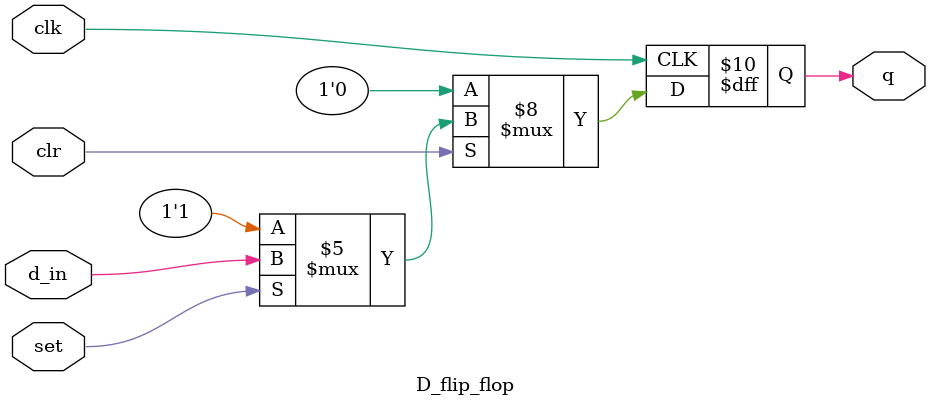
<source format=v>
`timescale 1ns / 1ps
module D_flip_flop(d_in,clr,set,clk,q);
	input d_in,clr,set,clk;
	output reg q;
	
	always@(posedge clk)
	begin
		if(clr == 1'b0)
			q <= 0;
		else if(set == 1'b0)
			q <= 1;
		else
			q <= d_in;
	end
endmodule


</source>
